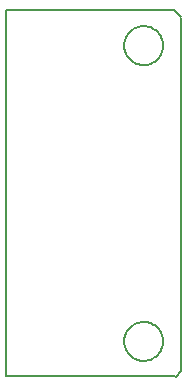
<source format=gbo>
G75*
G70*
%OFA0B0*%
%FSLAX24Y24*%
%IPPOS*%
%LPD*%
%AMOC8*
5,1,8,0,0,1.08239X$1,22.5*
%
%ADD10C,0.0060*%
%ADD11C,0.0080*%
D10*
X006555Y002407D02*
X006557Y002457D01*
X006563Y002507D01*
X006573Y002557D01*
X006586Y002605D01*
X006603Y002653D01*
X006624Y002699D01*
X006648Y002743D01*
X006676Y002785D01*
X006707Y002825D01*
X006741Y002862D01*
X006778Y002897D01*
X006817Y002928D01*
X006858Y002957D01*
X006902Y002982D01*
X006948Y003004D01*
X006995Y003022D01*
X007043Y003036D01*
X007092Y003047D01*
X007142Y003054D01*
X007192Y003057D01*
X007243Y003056D01*
X007293Y003051D01*
X007343Y003042D01*
X007391Y003030D01*
X007439Y003013D01*
X007485Y002993D01*
X007530Y002970D01*
X007573Y002943D01*
X007613Y002913D01*
X007651Y002880D01*
X007686Y002844D01*
X007719Y002805D01*
X007748Y002764D01*
X007774Y002721D01*
X007797Y002676D01*
X007816Y002629D01*
X007831Y002581D01*
X007843Y002532D01*
X007851Y002482D01*
X007855Y002432D01*
X007855Y002382D01*
X007851Y002332D01*
X007843Y002282D01*
X007831Y002233D01*
X007816Y002185D01*
X007797Y002138D01*
X007774Y002093D01*
X007748Y002050D01*
X007719Y002009D01*
X007686Y001970D01*
X007651Y001934D01*
X007613Y001901D01*
X007573Y001871D01*
X007530Y001844D01*
X007485Y001821D01*
X007439Y001801D01*
X007391Y001784D01*
X007343Y001772D01*
X007293Y001763D01*
X007243Y001758D01*
X007192Y001757D01*
X007142Y001760D01*
X007092Y001767D01*
X007043Y001778D01*
X006995Y001792D01*
X006948Y001810D01*
X006902Y001832D01*
X006858Y001857D01*
X006817Y001886D01*
X006778Y001917D01*
X006741Y001952D01*
X006707Y001989D01*
X006676Y002029D01*
X006648Y002071D01*
X006624Y002115D01*
X006603Y002161D01*
X006586Y002209D01*
X006573Y002257D01*
X006563Y002307D01*
X006557Y002357D01*
X006555Y002407D01*
X006555Y012267D02*
X006557Y012317D01*
X006563Y012367D01*
X006573Y012417D01*
X006586Y012465D01*
X006603Y012513D01*
X006624Y012559D01*
X006648Y012603D01*
X006676Y012645D01*
X006707Y012685D01*
X006741Y012722D01*
X006778Y012757D01*
X006817Y012788D01*
X006858Y012817D01*
X006902Y012842D01*
X006948Y012864D01*
X006995Y012882D01*
X007043Y012896D01*
X007092Y012907D01*
X007142Y012914D01*
X007192Y012917D01*
X007243Y012916D01*
X007293Y012911D01*
X007343Y012902D01*
X007391Y012890D01*
X007439Y012873D01*
X007485Y012853D01*
X007530Y012830D01*
X007573Y012803D01*
X007613Y012773D01*
X007651Y012740D01*
X007686Y012704D01*
X007719Y012665D01*
X007748Y012624D01*
X007774Y012581D01*
X007797Y012536D01*
X007816Y012489D01*
X007831Y012441D01*
X007843Y012392D01*
X007851Y012342D01*
X007855Y012292D01*
X007855Y012242D01*
X007851Y012192D01*
X007843Y012142D01*
X007831Y012093D01*
X007816Y012045D01*
X007797Y011998D01*
X007774Y011953D01*
X007748Y011910D01*
X007719Y011869D01*
X007686Y011830D01*
X007651Y011794D01*
X007613Y011761D01*
X007573Y011731D01*
X007530Y011704D01*
X007485Y011681D01*
X007439Y011661D01*
X007391Y011644D01*
X007343Y011632D01*
X007293Y011623D01*
X007243Y011618D01*
X007192Y011617D01*
X007142Y011620D01*
X007092Y011627D01*
X007043Y011638D01*
X006995Y011652D01*
X006948Y011670D01*
X006902Y011692D01*
X006858Y011717D01*
X006817Y011746D01*
X006778Y011777D01*
X006741Y011812D01*
X006707Y011849D01*
X006676Y011889D01*
X006648Y011931D01*
X006624Y011975D01*
X006603Y012021D01*
X006586Y012069D01*
X006573Y012117D01*
X006563Y012167D01*
X006557Y012217D01*
X006555Y012267D01*
D11*
X002605Y013437D02*
X002605Y001237D01*
X008255Y001237D01*
X008268Y001234D02*
X008464Y001431D01*
X008464Y013203D01*
X008455Y013206D02*
X008205Y013437D01*
X002605Y013437D01*
M02*

</source>
